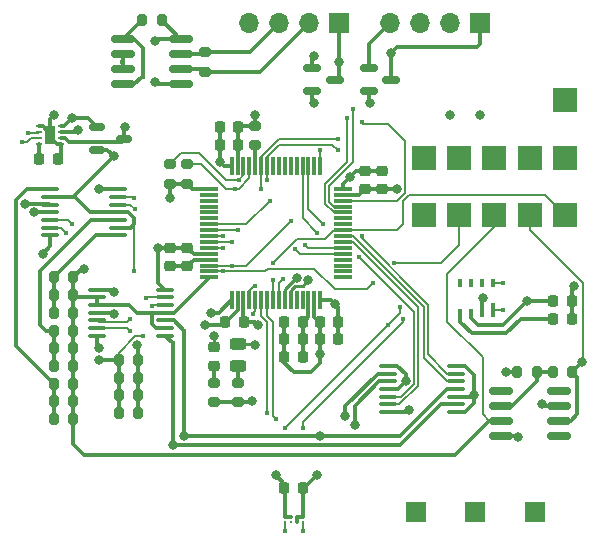
<source format=gtl>
G04 #@! TF.GenerationSoftware,KiCad,Pcbnew,8.0.4*
G04 #@! TF.CreationDate,2024-08-17T22:40:57+02:00*
G04 #@! TF.ProjectId,Probe,50726f62-652e-46b6-9963-61645f706362,v1*
G04 #@! TF.SameCoordinates,Original*
G04 #@! TF.FileFunction,Copper,L1,Top*
G04 #@! TF.FilePolarity,Positive*
%FSLAX46Y46*%
G04 Gerber Fmt 4.6, Leading zero omitted, Abs format (unit mm)*
G04 Created by KiCad (PCBNEW 8.0.4) date 2024-08-17 22:40:57*
%MOMM*%
%LPD*%
G01*
G04 APERTURE LIST*
G04 Aperture macros list*
%AMRoundRect*
0 Rectangle with rounded corners*
0 $1 Rounding radius*
0 $2 $3 $4 $5 $6 $7 $8 $9 X,Y pos of 4 corners*
0 Add a 4 corners polygon primitive as box body*
4,1,4,$2,$3,$4,$5,$6,$7,$8,$9,$2,$3,0*
0 Add four circle primitives for the rounded corners*
1,1,$1+$1,$2,$3*
1,1,$1+$1,$4,$5*
1,1,$1+$1,$6,$7*
1,1,$1+$1,$8,$9*
0 Add four rect primitives between the rounded corners*
20,1,$1+$1,$2,$3,$4,$5,0*
20,1,$1+$1,$4,$5,$6,$7,0*
20,1,$1+$1,$6,$7,$8,$9,0*
20,1,$1+$1,$8,$9,$2,$3,0*%
G04 Aperture macros list end*
G04 #@! TA.AperFunction,SMDPad,CuDef*
%ADD10RoundRect,0.225000X-0.225000X-0.250000X0.225000X-0.250000X0.225000X0.250000X-0.225000X0.250000X0*%
G04 #@! TD*
G04 #@! TA.AperFunction,SMDPad,CuDef*
%ADD11RoundRect,0.075000X-0.700000X-0.075000X0.700000X-0.075000X0.700000X0.075000X-0.700000X0.075000X0*%
G04 #@! TD*
G04 #@! TA.AperFunction,SMDPad,CuDef*
%ADD12RoundRect,0.075000X-0.075000X-0.700000X0.075000X-0.700000X0.075000X0.700000X-0.075000X0.700000X0*%
G04 #@! TD*
G04 #@! TA.AperFunction,SMDPad,CuDef*
%ADD13RoundRect,0.200000X0.200000X0.275000X-0.200000X0.275000X-0.200000X-0.275000X0.200000X-0.275000X0*%
G04 #@! TD*
G04 #@! TA.AperFunction,SMDPad,CuDef*
%ADD14RoundRect,0.200000X-0.200000X-0.275000X0.200000X-0.275000X0.200000X0.275000X-0.200000X0.275000X0*%
G04 #@! TD*
G04 #@! TA.AperFunction,SMDPad,CuDef*
%ADD15RoundRect,0.200000X-0.275000X0.200000X-0.275000X-0.200000X0.275000X-0.200000X0.275000X0.200000X0*%
G04 #@! TD*
G04 #@! TA.AperFunction,SMDPad,CuDef*
%ADD16RoundRect,0.225000X-0.250000X0.225000X-0.250000X-0.225000X0.250000X-0.225000X0.250000X0.225000X0*%
G04 #@! TD*
G04 #@! TA.AperFunction,SMDPad,CuDef*
%ADD17RoundRect,0.062500X-0.187500X-0.062500X0.187500X-0.062500X0.187500X0.062500X-0.187500X0.062500X0*%
G04 #@! TD*
G04 #@! TA.AperFunction,SMDPad,CuDef*
%ADD18R,0.900000X1.600000*%
G04 #@! TD*
G04 #@! TA.AperFunction,SMDPad,CuDef*
%ADD19RoundRect,0.150000X-0.825000X-0.150000X0.825000X-0.150000X0.825000X0.150000X-0.825000X0.150000X0*%
G04 #@! TD*
G04 #@! TA.AperFunction,SMDPad,CuDef*
%ADD20RoundRect,0.225000X0.225000X0.250000X-0.225000X0.250000X-0.225000X-0.250000X0.225000X-0.250000X0*%
G04 #@! TD*
G04 #@! TA.AperFunction,SMDPad,CuDef*
%ADD21RoundRect,0.100000X0.637500X0.100000X-0.637500X0.100000X-0.637500X-0.100000X0.637500X-0.100000X0*%
G04 #@! TD*
G04 #@! TA.AperFunction,SMDPad,CuDef*
%ADD22R,0.400000X1.200000*%
G04 #@! TD*
G04 #@! TA.AperFunction,SMDPad,CuDef*
%ADD23R,0.400000X0.800000*%
G04 #@! TD*
G04 #@! TA.AperFunction,SMDPad,CuDef*
%ADD24RoundRect,0.150000X-0.587500X-0.150000X0.587500X-0.150000X0.587500X0.150000X-0.587500X0.150000X0*%
G04 #@! TD*
G04 #@! TA.AperFunction,SMDPad,CuDef*
%ADD25RoundRect,0.200000X0.275000X-0.200000X0.275000X0.200000X-0.275000X0.200000X-0.275000X-0.200000X0*%
G04 #@! TD*
G04 #@! TA.AperFunction,SMDPad,CuDef*
%ADD26RoundRect,0.218750X0.256250X-0.218750X0.256250X0.218750X-0.256250X0.218750X-0.256250X-0.218750X0*%
G04 #@! TD*
G04 #@! TA.AperFunction,BGAPad,CuDef*
%ADD27C,0.200000*%
G04 #@! TD*
G04 #@! TA.AperFunction,SMDPad,CuDef*
%ADD28RoundRect,0.243750X0.456250X-0.243750X0.456250X0.243750X-0.456250X0.243750X-0.456250X-0.243750X0*%
G04 #@! TD*
G04 #@! TA.AperFunction,SMDPad,CuDef*
%ADD29RoundRect,0.150000X-0.512500X-0.150000X0.512500X-0.150000X0.512500X0.150000X-0.512500X0.150000X0*%
G04 #@! TD*
G04 #@! TA.AperFunction,ComponentPad*
%ADD30R,2.000000X2.000000*%
G04 #@! TD*
G04 #@! TA.AperFunction,ComponentPad*
%ADD31R,1.700000X1.700000*%
G04 #@! TD*
G04 #@! TA.AperFunction,ComponentPad*
%ADD32O,1.700000X1.700000*%
G04 #@! TD*
G04 #@! TA.AperFunction,ViaPad*
%ADD33C,0.800000*%
G04 #@! TD*
G04 #@! TA.AperFunction,ViaPad*
%ADD34C,0.450000*%
G04 #@! TD*
G04 #@! TA.AperFunction,Conductor*
%ADD35C,0.300000*%
G04 #@! TD*
G04 #@! TA.AperFunction,Conductor*
%ADD36C,0.350000*%
G04 #@! TD*
G04 #@! TA.AperFunction,Conductor*
%ADD37C,0.150000*%
G04 #@! TD*
G04 #@! TA.AperFunction,Conductor*
%ADD38C,0.250000*%
G04 #@! TD*
G04 APERTURE END LIST*
D10*
X118475000Y-61500000D03*
X120025000Y-61500000D03*
D11*
X117575000Y-66750000D03*
X117575000Y-67250000D03*
X117575000Y-67750000D03*
X117575000Y-68250000D03*
X117575000Y-68750000D03*
X117575000Y-69250000D03*
X117575000Y-69750000D03*
X117575000Y-70250000D03*
X117575000Y-70750000D03*
X117575000Y-71250000D03*
X117575000Y-71750000D03*
X117575000Y-72250000D03*
X117575000Y-72750000D03*
X117575000Y-73250000D03*
X117575000Y-73750000D03*
X117575000Y-74250000D03*
D12*
X119500000Y-76175000D03*
X120000000Y-76175000D03*
X120500000Y-76175000D03*
X121000000Y-76175000D03*
X121500000Y-76175000D03*
X122000000Y-76175000D03*
X122500000Y-76175000D03*
X123000000Y-76175000D03*
X123500000Y-76175000D03*
X124000000Y-76175000D03*
X124500000Y-76175000D03*
X125000000Y-76175000D03*
X125500000Y-76175000D03*
X126000000Y-76175000D03*
X126500000Y-76175000D03*
X127000000Y-76175000D03*
D11*
X128925000Y-74250000D03*
X128925000Y-73750000D03*
X128925000Y-73250000D03*
X128925000Y-72750000D03*
X128925000Y-72250000D03*
X128925000Y-71750000D03*
X128925000Y-71250000D03*
X128925000Y-70750000D03*
X128925000Y-70250000D03*
X128925000Y-69750000D03*
X128925000Y-69250000D03*
X128925000Y-68750000D03*
X128925000Y-68250000D03*
X128925000Y-67750000D03*
X128925000Y-67250000D03*
X128925000Y-66750000D03*
D12*
X127000000Y-64825000D03*
X126500000Y-64825000D03*
X126000000Y-64825000D03*
X125500000Y-64825000D03*
X125000000Y-64825000D03*
X124500000Y-64825000D03*
X124000000Y-64825000D03*
X123500000Y-64825000D03*
X123000000Y-64825000D03*
X122500000Y-64825000D03*
X122000000Y-64825000D03*
X121500000Y-64825000D03*
X121000000Y-64825000D03*
X120500000Y-64825000D03*
X120000000Y-64825000D03*
X119500000Y-64825000D03*
D13*
X111575000Y-81250000D03*
X109925000Y-81250000D03*
D14*
X111925000Y-52500000D03*
X113575000Y-52500000D03*
D15*
X120000000Y-83175000D03*
X120000000Y-84825000D03*
D16*
X132250000Y-65225000D03*
X132250000Y-66775000D03*
D13*
X148325000Y-82250000D03*
X146675000Y-82250000D03*
D15*
X114250000Y-64675000D03*
X114250000Y-66325000D03*
D10*
X123975000Y-78000000D03*
X125525000Y-78000000D03*
D16*
X115750000Y-71725000D03*
X115750000Y-73275000D03*
D17*
X103175000Y-61465000D03*
X103175000Y-61965000D03*
X103175000Y-62465000D03*
X103175000Y-62965000D03*
X105075000Y-62965000D03*
X105075000Y-62465000D03*
X105075000Y-61965000D03*
X105075000Y-61465000D03*
D18*
X104125000Y-62215000D03*
D13*
X106075000Y-74250000D03*
X104425000Y-74250000D03*
D19*
X142275000Y-83845000D03*
X142275000Y-85115000D03*
X142275000Y-86385000D03*
X142275000Y-87655000D03*
X147225000Y-87655000D03*
X147225000Y-86385000D03*
X147225000Y-85115000D03*
X147225000Y-83845000D03*
D10*
X118475000Y-63000000D03*
X120025000Y-63000000D03*
D20*
X148275000Y-77750000D03*
X146725000Y-77750000D03*
D13*
X111575000Y-85750000D03*
X109925000Y-85750000D03*
X111575000Y-84250000D03*
X109925000Y-84250000D03*
D21*
X113862500Y-79200000D03*
X113862500Y-78550000D03*
X113862500Y-77900000D03*
X113862500Y-77250000D03*
X113862500Y-76600000D03*
X113862500Y-75950000D03*
X113862500Y-75300000D03*
X108137500Y-75300000D03*
X108137500Y-75950000D03*
X108137500Y-76600000D03*
X108137500Y-77250000D03*
X108137500Y-77900000D03*
X108137500Y-78550000D03*
X108137500Y-79200000D03*
D22*
X141645000Y-77050000D03*
D23*
X140715000Y-77250000D03*
X139785000Y-77250000D03*
X138855000Y-77250000D03*
X138855000Y-74750000D03*
X139785000Y-74750000D03*
X140715000Y-74750000D03*
X141645000Y-74750000D03*
D24*
X131125000Y-56550000D03*
X131125000Y-58450000D03*
X133000000Y-57500000D03*
D10*
X123975000Y-79500000D03*
X125525000Y-79500000D03*
D15*
X115750000Y-64675000D03*
X115750000Y-66325000D03*
D13*
X106075000Y-83250000D03*
X104425000Y-83250000D03*
D25*
X117250000Y-56825000D03*
X117250000Y-55175000D03*
D20*
X125525000Y-92125000D03*
X123975000Y-92125000D03*
D13*
X106075000Y-80250000D03*
X104425000Y-80250000D03*
X106075000Y-75750000D03*
X104425000Y-75750000D03*
D20*
X120525000Y-78000000D03*
X118975000Y-78000000D03*
D26*
X118000000Y-81750000D03*
X118000000Y-80175000D03*
D13*
X106075000Y-77250000D03*
X104425000Y-77250000D03*
X106075000Y-86250000D03*
X104425000Y-86250000D03*
D10*
X103225000Y-64250000D03*
X104775000Y-64250000D03*
D15*
X121500000Y-61425000D03*
X121500000Y-63075000D03*
D20*
X128525000Y-78000000D03*
X126975000Y-78000000D03*
D13*
X106075000Y-81750000D03*
X104425000Y-81750000D03*
D20*
X128525000Y-79500000D03*
X126975000Y-79500000D03*
D21*
X138500000Y-85650000D03*
X138500000Y-85000000D03*
X138500000Y-84350000D03*
X138500000Y-83700000D03*
X138500000Y-83050000D03*
X138500000Y-82400000D03*
X138500000Y-81750000D03*
X132775000Y-81750000D03*
X132775000Y-82400000D03*
X132775000Y-83050000D03*
X132775000Y-83700000D03*
X132775000Y-84350000D03*
X132775000Y-85000000D03*
X132775000Y-85650000D03*
D15*
X118000000Y-83175000D03*
X118000000Y-84825000D03*
D27*
X125500000Y-94500000D03*
X125500000Y-95000000D03*
X125000000Y-94500000D03*
X125000000Y-95000000D03*
X124500000Y-94500000D03*
X124500000Y-95000000D03*
X124000000Y-94500000D03*
X124000000Y-95000000D03*
D24*
X126337500Y-56550000D03*
X126337500Y-58450000D03*
X128212500Y-57500000D03*
D13*
X106075000Y-78750000D03*
X104425000Y-78750000D03*
X145325000Y-82250000D03*
X143675000Y-82250000D03*
D16*
X114250000Y-71725000D03*
X114250000Y-73275000D03*
D13*
X106075000Y-84750000D03*
X104425000Y-84750000D03*
X111575000Y-82750000D03*
X109925000Y-82750000D03*
D28*
X120000000Y-81750000D03*
X120000000Y-79875000D03*
D19*
X110275000Y-54095000D03*
X110275000Y-55365000D03*
X110275000Y-56635000D03*
X110275000Y-57905000D03*
X115225000Y-57905000D03*
X115225000Y-56635000D03*
X115225000Y-55365000D03*
X115225000Y-54095000D03*
D16*
X130750000Y-65225000D03*
X130750000Y-66775000D03*
D29*
X108112500Y-61550000D03*
X108112500Y-63450000D03*
X110387500Y-62500000D03*
D20*
X148275000Y-76250000D03*
X146725000Y-76250000D03*
D21*
X109862500Y-70700000D03*
X109862500Y-70050000D03*
X109862500Y-69400000D03*
X109862500Y-68750000D03*
X109862500Y-68100000D03*
X109862500Y-67450000D03*
X109862500Y-66800000D03*
X104137500Y-66800000D03*
X104137500Y-67450000D03*
X104137500Y-68100000D03*
X104137500Y-68750000D03*
X104137500Y-69400000D03*
X104137500Y-70050000D03*
X104137500Y-70700000D03*
D10*
X123975000Y-81000000D03*
X125525000Y-81000000D03*
D30*
X144750000Y-69000000D03*
D31*
X145224998Y-94125000D03*
D30*
X147750000Y-59250000D03*
D31*
X140125000Y-94125000D03*
D30*
X141750000Y-64135000D03*
X141750000Y-69000000D03*
D31*
X135125000Y-94125000D03*
X140500000Y-52750000D03*
D32*
X137960000Y-52750000D03*
X135420000Y-52750000D03*
X132880000Y-52750000D03*
D30*
X147750000Y-64135000D03*
X147750000Y-69000000D03*
X138750000Y-69000000D03*
D31*
X128550000Y-52725000D03*
D32*
X126010000Y-52725000D03*
X123470000Y-52725000D03*
X120930000Y-52725000D03*
D30*
X135750000Y-69000000D03*
X144750000Y-64135000D03*
X138750000Y-64135000D03*
X135750000Y-64135000D03*
D33*
X140750000Y-76000000D03*
X108250000Y-66750000D03*
X134250000Y-83000000D03*
X121500000Y-60500000D03*
X126500000Y-55500000D03*
X138000000Y-60500000D03*
X113000000Y-57750000D03*
X121250000Y-84750000D03*
X127000000Y-80750000D03*
X133500000Y-66750000D03*
X142750000Y-82250000D03*
X143750000Y-87750000D03*
X113250000Y-71750000D03*
X148500000Y-75000000D03*
X111500000Y-80000000D03*
X126750000Y-91000000D03*
X140000000Y-84250000D03*
X117250000Y-78250000D03*
X104500000Y-60500000D03*
X106000000Y-60750000D03*
D34*
X124500000Y-69500000D03*
X119500000Y-73250000D03*
D33*
X144500000Y-76250000D03*
X113000000Y-54250000D03*
X103500000Y-72250000D03*
X123250000Y-91000000D03*
X129500000Y-65750000D03*
X145750000Y-85000000D03*
X118500000Y-64500000D03*
X108250000Y-80250000D03*
X121750000Y-78250000D03*
X128250000Y-76500000D03*
X134500000Y-85500000D03*
X131250000Y-59500000D03*
X114250000Y-67500000D03*
X126500000Y-59500000D03*
X110500000Y-61500000D03*
X140500000Y-60500000D03*
D34*
X118750000Y-73750000D03*
X131500000Y-74750000D03*
D33*
X109500000Y-64000000D03*
D34*
X111250000Y-73750000D03*
X133250000Y-73000000D03*
X129750000Y-60000000D03*
X127000000Y-63500000D03*
X123000000Y-74500000D03*
X110875000Y-78750000D03*
X120000000Y-70250000D03*
X105500000Y-70500000D03*
X112750000Y-76675000D03*
X123853554Y-74353554D03*
X110875000Y-77750000D03*
X125750000Y-71500000D03*
X130250000Y-72500000D03*
X126750000Y-70500000D03*
X142500000Y-74750000D03*
X125500000Y-87000000D03*
X120099759Y-66024645D03*
X125500000Y-95750000D03*
X101750000Y-62750000D03*
X134000000Y-77750000D03*
X119500000Y-71250000D03*
X111250000Y-67500000D03*
X128500000Y-62500000D03*
X110250000Y-56000000D03*
X122000000Y-66750000D03*
X129250000Y-60750000D03*
X128500000Y-63500000D03*
X122500000Y-66000000D03*
X112000000Y-57250000D03*
X118750000Y-70750000D03*
X111281587Y-68468413D03*
D33*
X102000000Y-68000000D03*
X108250000Y-81250000D03*
D34*
X123000000Y-73000000D03*
X112000000Y-79250000D03*
X118750000Y-71750000D03*
X106000000Y-69750000D03*
X130500000Y-61100000D03*
X130500000Y-70750000D03*
X127250000Y-69750000D03*
D33*
X149162500Y-81412500D03*
X117750000Y-77250000D03*
X107000000Y-73500000D03*
X102750000Y-68750000D03*
D34*
X112250000Y-76000000D03*
X124853554Y-71853554D03*
X122750000Y-67750000D03*
X102250000Y-62000000D03*
X133750000Y-76750000D03*
X124000000Y-87000000D03*
X142500000Y-77000000D03*
X124000000Y-95750000D03*
X132750000Y-78250000D03*
X119750000Y-66750000D03*
X115500000Y-78775478D03*
X121275967Y-77334419D03*
D33*
X127000000Y-87700000D03*
X115500000Y-87700000D03*
X109500000Y-77350000D03*
X129908578Y-86775000D03*
D34*
X123250000Y-86250000D03*
D33*
X114500000Y-88475000D03*
D34*
X114500000Y-79837500D03*
X121500000Y-74975000D03*
D33*
X109500000Y-75500000D03*
X129133578Y-85975000D03*
D34*
X122500000Y-85750000D03*
D33*
X106500000Y-61750000D03*
X133000000Y-55250000D03*
X128550000Y-56000000D03*
X126000000Y-74500000D03*
X121500000Y-80000000D03*
X125007191Y-74275000D03*
X118000000Y-79250000D03*
D35*
X125525000Y-79575000D02*
X125525000Y-81075000D01*
X126000000Y-76250000D02*
X126000000Y-77600000D01*
X126000000Y-77600000D02*
X125525000Y-78075000D01*
X125525000Y-78075000D02*
X125525000Y-79575000D01*
D36*
X132880000Y-52750000D02*
X131125000Y-54505000D01*
D35*
X119053120Y-78000000D02*
X118975000Y-78000000D01*
D36*
X140000000Y-82487978D02*
X140000000Y-84250000D01*
X118975000Y-78000000D02*
X118725000Y-78250000D01*
X132250000Y-66775000D02*
X133475000Y-66775000D01*
X126337500Y-55662500D02*
X126500000Y-55500000D01*
X126250000Y-82250000D02*
X127000000Y-81500000D01*
X124750000Y-82250000D02*
X126250000Y-82250000D01*
D35*
X104125000Y-62350096D02*
X104125000Y-62215000D01*
D36*
X120000000Y-84825000D02*
X121175000Y-84825000D01*
D35*
X120000000Y-63025000D02*
X120025000Y-63000000D01*
D36*
X123975000Y-79575000D02*
X123975000Y-81075000D01*
X120025000Y-61500000D02*
X120025000Y-63000000D01*
D35*
X116275000Y-72250000D02*
X115750000Y-71725000D01*
D36*
X132775000Y-81750000D02*
X133537022Y-81750000D01*
X127000000Y-81500000D02*
X127000000Y-80750000D01*
X123975000Y-78075000D02*
X123975000Y-79575000D01*
D35*
X103510096Y-61465000D02*
X104125000Y-62079904D01*
D36*
X111575000Y-81250000D02*
X111575000Y-80075000D01*
D35*
X120000000Y-76175000D02*
X120000000Y-77053120D01*
D36*
X138500000Y-81750000D02*
X139262022Y-81750000D01*
D35*
X105075000Y-62965000D02*
X105075000Y-63950000D01*
D36*
X118725000Y-78250000D02*
X117250000Y-78250000D01*
D35*
X120000000Y-64825000D02*
X120000000Y-63025000D01*
D36*
X148275000Y-75225000D02*
X148500000Y-75000000D01*
X140715000Y-76035000D02*
X140750000Y-76000000D01*
X126337500Y-56550000D02*
X126337500Y-55662500D01*
X120100000Y-61425000D02*
X120025000Y-61500000D01*
D35*
X128925000Y-67250000D02*
X130275000Y-67250000D01*
D36*
X143675000Y-82250000D02*
X142750000Y-82250000D01*
X140000000Y-84250000D02*
X139900000Y-84350000D01*
D35*
X109862500Y-66800000D02*
X108300000Y-66800000D01*
D36*
X139262022Y-81750000D02*
X140000000Y-82487978D01*
D35*
X108300000Y-66800000D02*
X108250000Y-66750000D01*
D36*
X142275000Y-87655000D02*
X143655000Y-87655000D01*
D35*
X117575000Y-72250000D02*
X116275000Y-72250000D01*
D36*
X131125000Y-54505000D02*
X131125000Y-56550000D01*
X139262022Y-85650000D02*
X140000000Y-84912022D01*
X125525000Y-92125000D02*
X125625000Y-92125000D01*
X140715000Y-77250000D02*
X140715000Y-76035000D01*
D35*
X125500000Y-92150000D02*
X125525000Y-92125000D01*
D36*
X139900000Y-84350000D02*
X138500000Y-84350000D01*
D35*
X105075000Y-63950000D02*
X104775000Y-64250000D01*
X111575000Y-85750000D02*
X111575000Y-81250000D01*
X113250000Y-74687500D02*
X113250000Y-71750000D01*
X113275000Y-71725000D02*
X113250000Y-71750000D01*
X126500000Y-76250000D02*
X126500000Y-77600000D01*
X126500000Y-77600000D02*
X126975000Y-78075000D01*
X120000000Y-77053120D02*
X119053120Y-78000000D01*
D36*
X134250000Y-82462978D02*
X134250000Y-83000000D01*
X132775000Y-83700000D02*
X133550000Y-83700000D01*
X126975000Y-79500000D02*
X126975000Y-80725000D01*
D35*
X115750000Y-71725000D02*
X114250000Y-71725000D01*
X113862500Y-75300000D02*
X113250000Y-74687500D01*
X125000000Y-94500000D02*
X125500000Y-94500000D01*
X105075000Y-62965000D02*
X104739904Y-62965000D01*
X104125000Y-62079904D02*
X104125000Y-62215000D01*
D36*
X123975000Y-81000000D02*
X123975000Y-81475000D01*
D35*
X103175000Y-61465000D02*
X103510096Y-61465000D01*
D36*
X111575000Y-80075000D02*
X111500000Y-80000000D01*
X121500000Y-61425000D02*
X120100000Y-61425000D01*
X126975000Y-79575000D02*
X126975000Y-78075000D01*
X115225000Y-57905000D02*
X113155000Y-57905000D01*
X118000000Y-84825000D02*
X120000000Y-84825000D01*
D35*
X125000000Y-95000000D02*
X125000000Y-94500000D01*
D36*
X126975000Y-80725000D02*
X127000000Y-80750000D01*
X132250000Y-66775000D02*
X130750000Y-66775000D01*
X140000000Y-84912022D02*
X140000000Y-84250000D01*
D35*
X104125000Y-60875000D02*
X104500000Y-60500000D01*
X125500000Y-94500000D02*
X125500000Y-92150000D01*
X130275000Y-67250000D02*
X130750000Y-66775000D01*
D36*
X133475000Y-66775000D02*
X133500000Y-66750000D01*
X121500000Y-61425000D02*
X121500000Y-60500000D01*
D35*
X104739904Y-62965000D02*
X104125000Y-62350096D01*
D36*
X148275000Y-76250000D02*
X148275000Y-75225000D01*
X123975000Y-81475000D02*
X124750000Y-82250000D01*
X125625000Y-92125000D02*
X126750000Y-91000000D01*
X138500000Y-85650000D02*
X139262022Y-85650000D01*
X133537022Y-81750000D02*
X134250000Y-82462978D01*
X113155000Y-57905000D02*
X113000000Y-57750000D01*
X148275000Y-77750000D02*
X148275000Y-76250000D01*
X121175000Y-84825000D02*
X121250000Y-84750000D01*
D35*
X114250000Y-71725000D02*
X113275000Y-71725000D01*
X104125000Y-62215000D02*
X104125000Y-60875000D01*
D36*
X133550000Y-83700000D02*
X134250000Y-83000000D01*
X143655000Y-87655000D02*
X143750000Y-87750000D01*
D37*
X124500000Y-69500000D02*
X120750000Y-73250000D01*
D35*
X105075000Y-61465000D02*
X105285000Y-61465000D01*
X107312500Y-60750000D02*
X106000000Y-60750000D01*
D37*
X120750000Y-73250000D02*
X119500000Y-73250000D01*
X117575000Y-73250000D02*
X119500000Y-73250000D01*
D35*
X108112500Y-61550000D02*
X107312500Y-60750000D01*
X105285000Y-61465000D02*
X106000000Y-60750000D01*
X110200000Y-62800000D02*
X105745096Y-62800000D01*
D36*
X115225000Y-54095000D02*
X115170000Y-54095000D01*
X132775000Y-85650000D02*
X134350000Y-85650000D01*
D35*
X118825000Y-64825000D02*
X118500000Y-64500000D01*
D36*
X126337500Y-59337500D02*
X126500000Y-59500000D01*
D35*
X116175000Y-66750000D02*
X115750000Y-66325000D01*
D36*
X139785000Y-77670000D02*
X140365000Y-78250000D01*
D35*
X117575000Y-66750000D02*
X116175000Y-66750000D01*
D36*
X114250000Y-66325000D02*
X114250000Y-67500000D01*
X128525000Y-79500000D02*
X128525000Y-77675000D01*
D35*
X124000000Y-92150000D02*
X123975000Y-92125000D01*
D36*
X118475000Y-63000000D02*
X118475000Y-64475000D01*
X126337500Y-58450000D02*
X126337500Y-59337500D01*
X145865000Y-85115000D02*
X145750000Y-85000000D01*
D35*
X128925000Y-66325000D02*
X129500000Y-65750000D01*
X105745096Y-62800000D02*
X105410096Y-62465000D01*
D36*
X120525000Y-78000000D02*
X121500000Y-78000000D01*
X113155000Y-54095000D02*
X113000000Y-54250000D01*
D35*
X110387500Y-62500000D02*
X110387500Y-62612500D01*
D36*
X115225000Y-54095000D02*
X113155000Y-54095000D01*
D35*
X108137500Y-80137500D02*
X108250000Y-80250000D01*
X110387500Y-62500000D02*
X110387500Y-61612500D01*
X120500000Y-77975000D02*
X120525000Y-78000000D01*
D36*
X139785000Y-77250000D02*
X139785000Y-77670000D01*
X123975000Y-91725000D02*
X123250000Y-91000000D01*
X144500000Y-76250000D02*
X146725000Y-76250000D01*
X115750000Y-66325000D02*
X114250000Y-66325000D01*
D35*
X110387500Y-61612500D02*
X110500000Y-61500000D01*
X124000000Y-94500000D02*
X124000000Y-92150000D01*
D36*
X118475000Y-61500000D02*
X118475000Y-63000000D01*
D35*
X127000000Y-76175000D02*
X127925000Y-76175000D01*
D36*
X142500000Y-78250000D02*
X144500000Y-76250000D01*
X130025000Y-65225000D02*
X129500000Y-65750000D01*
X140365000Y-78250000D02*
X142500000Y-78250000D01*
X121500000Y-78000000D02*
X121750000Y-78250000D01*
X147225000Y-85115000D02*
X145865000Y-85115000D01*
D35*
X128525000Y-78000000D02*
X128525000Y-76775000D01*
X124500000Y-94500000D02*
X124000000Y-94500000D01*
D36*
X115170000Y-54095000D02*
X113575000Y-52500000D01*
D35*
X120500000Y-76175000D02*
X120500000Y-77975000D01*
D36*
X118475000Y-64475000D02*
X118500000Y-64500000D01*
D35*
X119500000Y-64825000D02*
X118825000Y-64825000D01*
D36*
X131125000Y-58450000D02*
X131125000Y-59375000D01*
D35*
X104137500Y-71612500D02*
X103500000Y-72250000D01*
X110387500Y-62612500D02*
X110200000Y-62800000D01*
X105410096Y-62465000D02*
X105075000Y-62465000D01*
D36*
X130750000Y-65225000D02*
X130025000Y-65225000D01*
X134350000Y-85650000D02*
X134500000Y-85500000D01*
X132250000Y-65225000D02*
X130750000Y-65225000D01*
X123975000Y-92125000D02*
X123975000Y-91725000D01*
D35*
X108137500Y-79200000D02*
X108137500Y-80137500D01*
X127925000Y-76175000D02*
X128250000Y-76500000D01*
D36*
X131125000Y-59375000D02*
X131250000Y-59500000D01*
D35*
X104137500Y-70700000D02*
X104137500Y-71612500D01*
X128925000Y-66750000D02*
X128925000Y-66325000D01*
X128525000Y-76775000D02*
X128250000Y-76500000D01*
D37*
X126500000Y-73500000D02*
X128250000Y-75250000D01*
X133250000Y-73000000D02*
X137250000Y-73000000D01*
D35*
X111250000Y-69250000D02*
X110750000Y-68750000D01*
X106125000Y-67375000D02*
X107500000Y-68750000D01*
D37*
X131000000Y-75250000D02*
X131500000Y-74750000D01*
D35*
X111250000Y-69750000D02*
X111250000Y-69250000D01*
D37*
X122292893Y-73750000D02*
X122542893Y-73500000D01*
X138750000Y-71500000D02*
X138750000Y-69000000D01*
X118750000Y-73750000D02*
X122292893Y-73750000D01*
X128250000Y-75250000D02*
X131000000Y-75250000D01*
D35*
X108950000Y-63450000D02*
X109500000Y-64000000D01*
X109862500Y-70050000D02*
X110950000Y-70050000D01*
D37*
X118750000Y-73750000D02*
X117575000Y-73750000D01*
D35*
X109500000Y-64000000D02*
X106125000Y-67375000D01*
X106050000Y-67450000D02*
X104137500Y-67450000D01*
X108112500Y-63450000D02*
X108950000Y-63450000D01*
X107500000Y-68750000D02*
X108000000Y-68750000D01*
D37*
X111250000Y-69750000D02*
X111250000Y-73750000D01*
X122542893Y-73500000D02*
X126500000Y-73500000D01*
D35*
X110950000Y-70050000D02*
X111250000Y-69750000D01*
D37*
X137250000Y-73000000D02*
X138750000Y-71500000D01*
D35*
X110750000Y-68750000D02*
X109862500Y-68750000D01*
X108000000Y-68750000D02*
X109862500Y-68750000D01*
X106125000Y-67375000D02*
X106050000Y-67450000D01*
D37*
X129750000Y-60000000D02*
X129750000Y-64500000D01*
X129750000Y-64500000D02*
X127750000Y-66500000D01*
X128150001Y-68250000D02*
X128925000Y-68250000D01*
X127750000Y-66500000D02*
X127750000Y-67849999D01*
X127750000Y-67849999D02*
X128150001Y-68250000D01*
X127000000Y-63500000D02*
X127000000Y-64825000D01*
X123000000Y-76175000D02*
X123000000Y-74500000D01*
X123000000Y-76175000D02*
X123075000Y-76100000D01*
X108137500Y-78550000D02*
X110675000Y-78550000D01*
X110675000Y-78550000D02*
X110875000Y-78750000D01*
X104137500Y-70050000D02*
X105050000Y-70050000D01*
X120000000Y-70250000D02*
X117575000Y-70250000D01*
X105050000Y-70050000D02*
X105500000Y-70500000D01*
X112825000Y-76600000D02*
X112750000Y-76675000D01*
X123500000Y-76175000D02*
X123500000Y-75054418D01*
X113862500Y-76600000D02*
X112825000Y-76600000D01*
X123500000Y-74707108D02*
X123853554Y-74353554D01*
X123500000Y-75054418D02*
X123500000Y-74707108D01*
X110600000Y-78025000D02*
X108262500Y-78025000D01*
X126000000Y-71750000D02*
X128925000Y-71750000D01*
X108262500Y-78025000D02*
X108137500Y-77900000D01*
X125750000Y-71500000D02*
X126000000Y-71750000D01*
X110875000Y-77750000D02*
X110600000Y-78025000D01*
X134925000Y-77175000D02*
X130250000Y-72500000D01*
X125500000Y-65750000D02*
X125500000Y-64825000D01*
X133854595Y-84350000D02*
X134925000Y-83279595D01*
X132775000Y-84350000D02*
X133854595Y-84350000D01*
X125500000Y-69250000D02*
X126750000Y-70500000D01*
X125500000Y-65750000D02*
X125500000Y-69250000D01*
X134925000Y-83279595D02*
X134925000Y-77175000D01*
X116750000Y-63750000D02*
X119024645Y-66024645D01*
X120500000Y-65599999D02*
X120099999Y-66000000D01*
X120500000Y-64825000D02*
X120500000Y-65599999D01*
X115175000Y-63750000D02*
X116750000Y-63750000D01*
X102492107Y-62465000D02*
X102207107Y-62750000D01*
X119024645Y-66024645D02*
X120099759Y-66024645D01*
X125500000Y-95000000D02*
X125500000Y-95750000D01*
X125500000Y-87000000D02*
X125500000Y-86500000D01*
X102207107Y-62750000D02*
X101750000Y-62750000D01*
X103175000Y-62465000D02*
X102492107Y-62465000D01*
X134000000Y-78000000D02*
X134000000Y-77750000D01*
X115175000Y-63750000D02*
X114250000Y-64675000D01*
X142500000Y-74750000D02*
X141645000Y-74750000D01*
X125500000Y-86500000D02*
X134000000Y-78000000D01*
X119500000Y-71250000D02*
X117575000Y-71250000D01*
X111200000Y-67450000D02*
X111250000Y-67500000D01*
X109862500Y-67450000D02*
X111200000Y-67450000D01*
D36*
X110250000Y-56000000D02*
X110275000Y-55975000D01*
D37*
X123550001Y-62500000D02*
X122000000Y-64050001D01*
X128500000Y-62500000D02*
X123550001Y-62500000D01*
X122000000Y-64050001D02*
X122000000Y-64825000D01*
X122000000Y-66750000D02*
X122000000Y-64825000D01*
D36*
X110275000Y-56635000D02*
X110275000Y-56025000D01*
X110275000Y-56025000D02*
X110250000Y-56000000D01*
X110275000Y-55975000D02*
X110275000Y-55365000D01*
D37*
X128925000Y-68750000D02*
X128150001Y-68750000D01*
X128250000Y-65500000D02*
X129250000Y-64500000D01*
X127400000Y-67999999D02*
X127400000Y-66750000D01*
X128250000Y-65505026D02*
X128250000Y-65500000D01*
X127400000Y-66355026D02*
X128250000Y-65505026D01*
X128150001Y-68750000D02*
X127400000Y-67999999D01*
X127400000Y-66750000D02*
X127400000Y-66355026D01*
X129250000Y-64500000D02*
X129250000Y-60750000D01*
X123550001Y-63000000D02*
X122500000Y-64050001D01*
D36*
X112000000Y-54845001D02*
X112000000Y-57154999D01*
X112000000Y-57154999D02*
X112000000Y-57250000D01*
D37*
X122500000Y-66000000D02*
X122500000Y-64825000D01*
X122500000Y-64050001D02*
X122500000Y-64825000D01*
D36*
X111904999Y-57250000D02*
X111249999Y-57905000D01*
X110275000Y-54095000D02*
X111249999Y-54095000D01*
X112000000Y-57154999D02*
X112000000Y-57154999D01*
X110275000Y-54095000D02*
X110330000Y-54095000D01*
X110330000Y-54095000D02*
X111925000Y-52500000D01*
X112000000Y-57250000D02*
X111904999Y-57250000D01*
X111249999Y-54095000D02*
X112000000Y-54845001D01*
D37*
X128000000Y-63000000D02*
X123550001Y-63000000D01*
X128500000Y-63500000D02*
X128000000Y-63000000D01*
D36*
X111249999Y-57905000D02*
X110275000Y-57905000D01*
D35*
X121500000Y-63075000D02*
X121500000Y-64825000D01*
D37*
X110913174Y-68100000D02*
X111281587Y-68468413D01*
X118750000Y-70750000D02*
X117575000Y-70750000D01*
X109862500Y-68100000D02*
X110913174Y-68100000D01*
X137762501Y-83050000D02*
X135750000Y-81037499D01*
X135750000Y-76755025D02*
X129744975Y-70750000D01*
X129744975Y-70750000D02*
X128925000Y-70750000D01*
X138500000Y-83050000D02*
X137762501Y-83050000D01*
X135750000Y-81037499D02*
X135750000Y-76755025D01*
X133500000Y-70250000D02*
X128925000Y-70250000D01*
X134500000Y-67250000D02*
X134000000Y-67750000D01*
X128150001Y-70250000D02*
X128925000Y-70250000D01*
X134000000Y-69750000D02*
X133500000Y-70250000D01*
D35*
X109925000Y-81250000D02*
X109925000Y-85750000D01*
D37*
X146000000Y-67250000D02*
X134500000Y-67250000D01*
X123000000Y-73000000D02*
X125000000Y-71000000D01*
X111295405Y-79250000D02*
X112000000Y-79250000D01*
D35*
X104037500Y-68000000D02*
X102000000Y-68000000D01*
D37*
X109925000Y-81250000D02*
X109925000Y-80620405D01*
D35*
X104137500Y-68100000D02*
X104037500Y-68000000D01*
X108250000Y-81250000D02*
X109925000Y-81250000D01*
D37*
X125000000Y-71000000D02*
X127400001Y-71000000D01*
X109925000Y-80620405D02*
X111295405Y-79250000D01*
X147750000Y-69000000D02*
X146000000Y-67250000D01*
X127400001Y-71000000D02*
X128150001Y-70250000D01*
X134000000Y-67750000D02*
X134000000Y-69750000D01*
X105650000Y-69400000D02*
X106000000Y-69750000D01*
X118750000Y-71750000D02*
X117575000Y-71750000D01*
X104137500Y-69400000D02*
X105650000Y-69400000D01*
X132750000Y-61250000D02*
X134175000Y-62675000D01*
X133500000Y-67750000D02*
X128925000Y-67750000D01*
X130500000Y-61100000D02*
X130650000Y-61250000D01*
X134175000Y-67075000D02*
X133500000Y-67750000D01*
X134175000Y-62675000D02*
X134175000Y-67075000D01*
X130650000Y-61250000D02*
X132750000Y-61250000D01*
X137762501Y-82400000D02*
X138500000Y-82400000D01*
X136100000Y-80737499D02*
X137762501Y-82400000D01*
X130500000Y-70957107D02*
X136100000Y-76557107D01*
X126000000Y-68500000D02*
X127250000Y-69750000D01*
X130500000Y-70750000D02*
X130500000Y-70957107D01*
X126000000Y-64825000D02*
X126000000Y-68500000D01*
X136100000Y-76557107D02*
X136100000Y-80737499D01*
X144750000Y-70250000D02*
X144750000Y-69000000D01*
X149162500Y-81412500D02*
X149250000Y-81325000D01*
D36*
X148199999Y-86385000D02*
X148750000Y-85834999D01*
X148750000Y-85834999D02*
X148750000Y-82675000D01*
D37*
X149250000Y-81325000D02*
X149250000Y-74750000D01*
D36*
X117750000Y-77250000D02*
X118400000Y-77250000D01*
D37*
X149250000Y-74750000D02*
X144750000Y-70250000D01*
D36*
X148750000Y-82675000D02*
X148325000Y-82250000D01*
X148325000Y-82250000D02*
X149162500Y-81412500D01*
X147225000Y-86385000D02*
X148199999Y-86385000D01*
X118400000Y-77250000D02*
X119475000Y-76175000D01*
X106075000Y-86250000D02*
X106075000Y-88325000D01*
D37*
X140750000Y-85834999D02*
X140750000Y-81000000D01*
X141750000Y-70000000D02*
X141750000Y-69000000D01*
D35*
X113862500Y-77250000D02*
X114599999Y-77250000D01*
D36*
X107000000Y-89250000D02*
X138435001Y-89250000D01*
X141300001Y-86385000D02*
X142275000Y-86385000D01*
D35*
X108137500Y-75950000D02*
X108137500Y-76600000D01*
D37*
X137750000Y-74000000D02*
X141750000Y-70000000D01*
D35*
X106075000Y-75750000D02*
X106275000Y-75950000D01*
X106075000Y-74250000D02*
X106075000Y-86250000D01*
X113862500Y-78550000D02*
X113125001Y-78550000D01*
X113125001Y-78550000D02*
X112750000Y-78174999D01*
X112750000Y-77250000D02*
X111464168Y-77250000D01*
X114599999Y-77250000D02*
X117575000Y-74274999D01*
X113862500Y-77250000D02*
X112750000Y-77250000D01*
X112750000Y-78174999D02*
X112750000Y-77250000D01*
X106825000Y-73500000D02*
X106075000Y-74250000D01*
X111464168Y-77250000D02*
X110814168Y-76600000D01*
D37*
X137750000Y-78000000D02*
X137750000Y-74000000D01*
D36*
X138435001Y-89250000D02*
X141300001Y-86385000D01*
D37*
X140750000Y-81000000D02*
X137750000Y-78000000D01*
D35*
X104137500Y-68750000D02*
X102750000Y-68750000D01*
X110814168Y-76600000D02*
X108137500Y-76600000D01*
D37*
X141300001Y-86385000D02*
X140750000Y-85834999D01*
D36*
X106075000Y-88325000D02*
X107000000Y-89250000D01*
D35*
X107000000Y-73500000D02*
X106825000Y-73500000D01*
X117575000Y-74274999D02*
X117575000Y-74250000D01*
X106275000Y-75950000D02*
X108137500Y-75950000D01*
D36*
X114250000Y-73275000D02*
X115750000Y-73275000D01*
D35*
X116275000Y-72750000D02*
X115750000Y-73275000D01*
X117575000Y-72750000D02*
X116275000Y-72750000D01*
D37*
X124853554Y-71853554D02*
X125250000Y-72250000D01*
X112300000Y-75950000D02*
X112250000Y-76000000D01*
X113862500Y-75950000D02*
X112300000Y-75950000D01*
X125250000Y-72250000D02*
X128925000Y-72250000D01*
X129750000Y-71250000D02*
X128925000Y-71250000D01*
X135275000Y-83424570D02*
X135275000Y-76775000D01*
X132775000Y-85000000D02*
X133699570Y-85000000D01*
X133699570Y-85000000D02*
X135275000Y-83424570D01*
X135275000Y-76775000D02*
X129750000Y-71250000D01*
X122750000Y-67750000D02*
X120750000Y-69750000D01*
X120750000Y-69750000D02*
X117575000Y-69750000D01*
X119750000Y-66750000D02*
X120081511Y-66750000D01*
X121000000Y-65831511D02*
X121000000Y-64825000D01*
X124000000Y-87000000D02*
X132750000Y-78250000D01*
X141695000Y-77000000D02*
X141645000Y-77050000D01*
X142500000Y-77000000D02*
X141695000Y-77000000D01*
X133750000Y-77250000D02*
X133750000Y-76750000D01*
X102250000Y-62000000D02*
X103140000Y-62000000D01*
X103140000Y-62000000D02*
X103175000Y-61965000D01*
X116925000Y-64675000D02*
X119000000Y-66750000D01*
X115750000Y-64675000D02*
X116925000Y-64675000D01*
X132750000Y-78250000D02*
X133750000Y-77250000D01*
X119000000Y-66750000D02*
X119750000Y-66750000D01*
X124000000Y-95000000D02*
X124000000Y-95750000D01*
X120081511Y-66750000D02*
X121000000Y-65831511D01*
D35*
X103225000Y-63015000D02*
X103175000Y-62965000D01*
X103225000Y-64250000D02*
X103225000Y-63015000D01*
X121020000Y-55175000D02*
X123470000Y-52725000D01*
X117250000Y-55175000D02*
X121020000Y-55175000D01*
X117060000Y-55365000D02*
X117250000Y-55175000D01*
X115225000Y-55365000D02*
X117060000Y-55365000D01*
X115225000Y-56635000D02*
X117060000Y-56635000D01*
X117060000Y-56635000D02*
X117250000Y-56825000D01*
X117250000Y-56825000D02*
X121910000Y-56825000D01*
X121910000Y-56825000D02*
X126010000Y-52725000D01*
D36*
X138500000Y-83700000D02*
X137737978Y-83700000D01*
D37*
X121500000Y-76175000D02*
X121500000Y-77110386D01*
X121500000Y-77110386D02*
X121275967Y-77334419D01*
D36*
X115500000Y-78775478D02*
X115500000Y-87700000D01*
X133750000Y-87687978D02*
X133750000Y-87700000D01*
X115500000Y-87700000D02*
X127000000Y-87700000D01*
X113862500Y-77900000D02*
X114624522Y-77900000D01*
X114624522Y-77900000D02*
X115500000Y-78775478D01*
X137737978Y-83700000D02*
X133750000Y-87687978D01*
X127000000Y-87700000D02*
X133750000Y-87700000D01*
D37*
X122500000Y-76175000D02*
X122500000Y-77550431D01*
D36*
X129908578Y-85154400D02*
X129908578Y-86775000D01*
X132012978Y-83050000D02*
X129908578Y-85154400D01*
X132775000Y-83050000D02*
X132012978Y-83050000D01*
D37*
X123000000Y-86000000D02*
X123250000Y-86250000D01*
D36*
X109400000Y-77250000D02*
X109500000Y-77350000D01*
D37*
X123000000Y-78050431D02*
X123000000Y-86000000D01*
D36*
X108137500Y-77250000D02*
X109400000Y-77250000D01*
D37*
X122500000Y-77550431D02*
X123000000Y-78050431D01*
D36*
X138500000Y-85000000D02*
X137227817Y-85000000D01*
X113862500Y-79200000D02*
X114500000Y-79837500D01*
D37*
X121000000Y-76175000D02*
X121000000Y-75400001D01*
D36*
X114500000Y-88475000D02*
X133750000Y-88475000D01*
X137227817Y-85000000D02*
X133752817Y-88475000D01*
D37*
X121000000Y-75400001D02*
X121425001Y-74975000D01*
D36*
X133752817Y-88475000D02*
X133750000Y-88475000D01*
D37*
X121425001Y-74975000D02*
X121500000Y-74975000D01*
D36*
X114500000Y-79837500D02*
X114500000Y-88475000D01*
X113862500Y-79200000D02*
X114450000Y-79200000D01*
X129133578Y-85151582D02*
X129133578Y-85975000D01*
D37*
X122500000Y-78045405D02*
X122500000Y-85750000D01*
D36*
X132775000Y-82400000D02*
X131885160Y-82400000D01*
X108137500Y-75300000D02*
X109300000Y-75300000D01*
D37*
X122000000Y-76175000D02*
X122000000Y-77545405D01*
D36*
X131885160Y-82400000D02*
X129133578Y-85151582D01*
D37*
X122000000Y-77545405D02*
X122500000Y-78045405D01*
D36*
X109300000Y-75300000D02*
X109500000Y-75500000D01*
D35*
X106285000Y-61965000D02*
X106500000Y-61750000D01*
X105075000Y-61965000D02*
X106285000Y-61965000D01*
D36*
X140500000Y-52750000D02*
X140500000Y-54500000D01*
X140500000Y-54500000D02*
X140250000Y-54750000D01*
X140250000Y-54750000D02*
X133500000Y-54750000D01*
X133500000Y-54750000D02*
X133000000Y-55250000D01*
X133000000Y-55250000D02*
X133000000Y-57500000D01*
D35*
X109862500Y-70700000D02*
X107975000Y-70700000D01*
X107975000Y-70700000D02*
X104425000Y-74250000D01*
X104425000Y-74250000D02*
X104425000Y-77250000D01*
X104425000Y-78750000D02*
X104425000Y-81750000D01*
X109862500Y-69400000D02*
X107600000Y-69400000D01*
X103250000Y-73750000D02*
X103250000Y-78250000D01*
X107600000Y-69400000D02*
X103250000Y-73750000D01*
X103250000Y-78250000D02*
X103750000Y-78750000D01*
X103750000Y-78750000D02*
X104425000Y-78750000D01*
X101250000Y-67689339D02*
X101250000Y-80075000D01*
X102139339Y-66800000D02*
X101250000Y-67689339D01*
X101250000Y-80075000D02*
X104425000Y-83250000D01*
X104425000Y-83250000D02*
X104425000Y-86250000D01*
X104137500Y-66800000D02*
X102139339Y-66800000D01*
D36*
X145325000Y-82250000D02*
X146675000Y-82250000D01*
X142275000Y-85115000D02*
X143249999Y-85115000D01*
X143249999Y-85115000D02*
X145325000Y-83039999D01*
X145325000Y-83039999D02*
X145325000Y-82250000D01*
X128550000Y-57162500D02*
X128550000Y-56000000D01*
X128212500Y-57500000D02*
X128550000Y-57162500D01*
X128550000Y-56000000D02*
X128550000Y-52725000D01*
X144000000Y-77750000D02*
X146725000Y-77750000D01*
X139855000Y-79000000D02*
X142750000Y-79000000D01*
X138855000Y-77250000D02*
X138855000Y-78000000D01*
X142750000Y-79000000D02*
X144000000Y-77750000D01*
X138855000Y-78000000D02*
X139855000Y-79000000D01*
X120000000Y-81750000D02*
X120000000Y-83175000D01*
D38*
X124500000Y-75332236D02*
X124832236Y-75000000D01*
X124500000Y-76175000D02*
X124500000Y-75332236D01*
X120000000Y-79875000D02*
X121375000Y-79875000D01*
X121375000Y-79875000D02*
X121500000Y-80000000D01*
X125500000Y-75000000D02*
X126000000Y-74500000D01*
X126000000Y-74750000D02*
X126000000Y-74500000D01*
X124832236Y-75000000D02*
X125500000Y-75000000D01*
X124920840Y-74275000D02*
X125007191Y-74275000D01*
X118000000Y-80175000D02*
X118000000Y-79250000D01*
X124000000Y-76175000D02*
X124000000Y-75195840D01*
X124000000Y-75195840D02*
X124920840Y-74275000D01*
D36*
X118000000Y-81750000D02*
X118000000Y-83175000D01*
M02*

</source>
